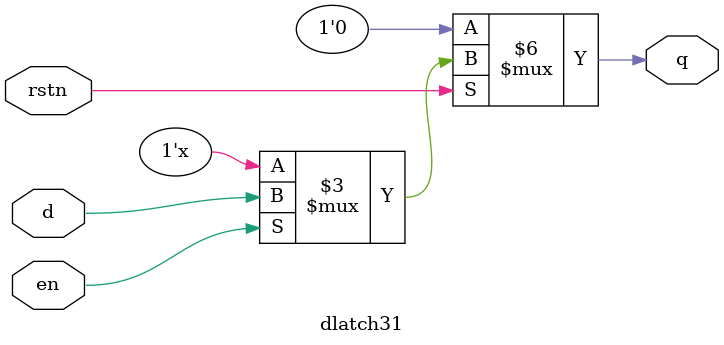
<source format=v>
module dlatch31 ( input d, // 1-bit input pin for data
input en, // 1-bit input pin for enabling the latch
input rstn, // 1-bit input pin for active-low reset
output reg q); // 1-bit output pin for data output

// This always block is "always" triggered whenever en/rstn/d changes
// If reset is asserted, then the output will be zero
// Else as long as enable is high, output q follows input d

always @ (en or rstn or d)
if (!rstn)
q <= 0;
else
if (en)
q <= d;
endmodule

</source>
